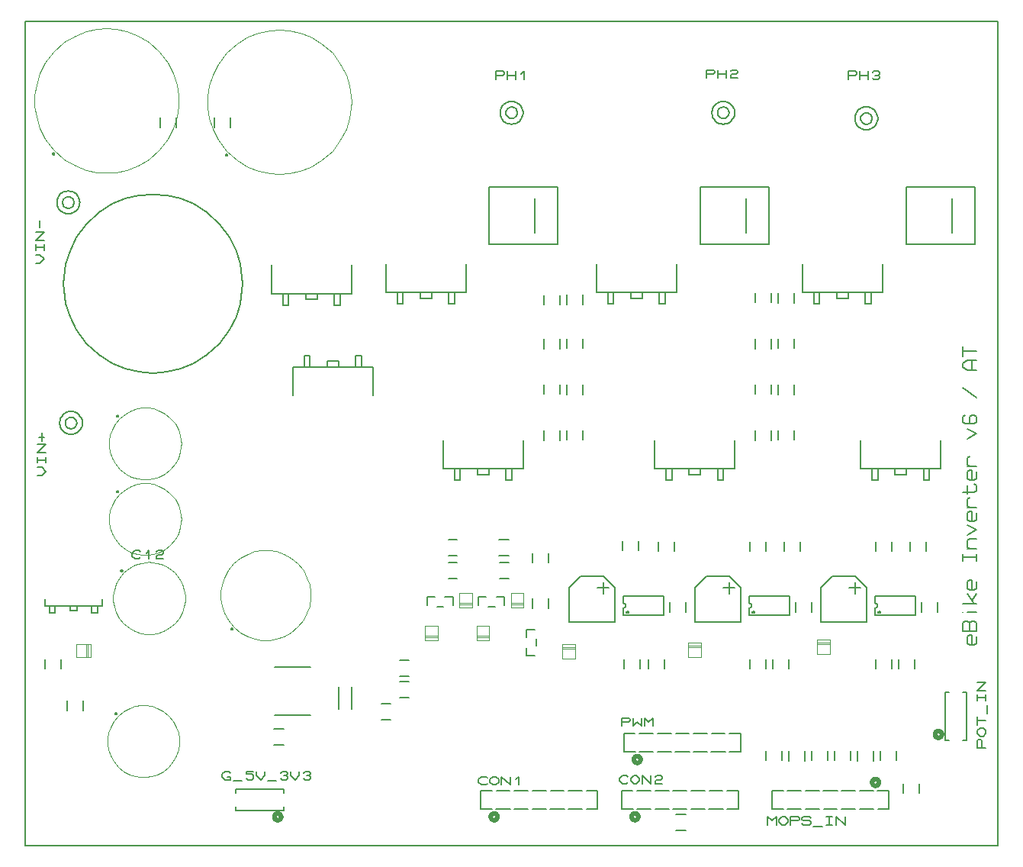
<source format=gbr>
G04 PROTEUS GERBER X2 FILE*
%TF.GenerationSoftware,Labcenter,Proteus,8.7-SP3-Build25561*%
%TF.CreationDate,2021-07-06T20:34:18+00:00*%
%TF.FileFunction,Legend,Top*%
%TF.FilePolarity,Positive*%
%TF.Part,Single*%
%TF.SameCoordinates,{87e03e06-012a-4b1c-b44b-99ac6d4646d0}*%
%FSLAX45Y45*%
%MOMM*%
G01*
%TA.AperFunction,Profile*%
%ADD38C,0.203200*%
%TA.AperFunction,Material*%
%ADD44C,0.203200*%
%ADD45C,0.101600*%
%ADD46C,0.200000*%
%ADD47C,0.508000*%
%ADD48C,0.152400*%
%ADD49C,0.120000*%
%TD.AperFunction*%
D38*
X-1079500Y-6413500D02*
X+9715500Y-6413500D01*
X+9715500Y+2730500D01*
X-1079500Y+2730500D01*
X-1079500Y-6413500D01*
D44*
X+6413500Y+254000D02*
X+7175500Y+254000D01*
X+7175500Y+889000D01*
X+6413500Y+889000D01*
X+6413500Y+254000D01*
X+6921500Y+762000D02*
X+6921500Y+381000D01*
X+8699500Y+254000D02*
X+9461500Y+254000D01*
X+9461500Y+889000D01*
X+8699500Y+889000D01*
X+8699500Y+254000D01*
X+9207500Y+762000D02*
X+9207500Y+381000D01*
X+4064000Y+254000D02*
X+4826000Y+254000D01*
X+4826000Y+889000D01*
X+4064000Y+889000D01*
X+4064000Y+254000D01*
X+4572000Y+762000D02*
X+4572000Y+381000D01*
X+4445000Y+1714500D02*
X+4444573Y+1724909D01*
X+4441101Y+1745728D01*
X+4433845Y+1766547D01*
X+4422017Y+1787366D01*
X+4403920Y+1808024D01*
X+4383101Y+1823545D01*
X+4362282Y+1833530D01*
X+4341463Y+1839314D01*
X+4320644Y+1841472D01*
X+4318000Y+1841500D01*
X+4191000Y+1714500D02*
X+4191427Y+1724909D01*
X+4194899Y+1745728D01*
X+4202155Y+1766547D01*
X+4213983Y+1787366D01*
X+4232080Y+1808024D01*
X+4252899Y+1823545D01*
X+4273718Y+1833530D01*
X+4294537Y+1839314D01*
X+4315356Y+1841472D01*
X+4318000Y+1841500D01*
X+4191000Y+1714500D02*
X+4191427Y+1704091D01*
X+4194899Y+1683272D01*
X+4202155Y+1662453D01*
X+4213983Y+1641634D01*
X+4232080Y+1620976D01*
X+4252899Y+1605455D01*
X+4273718Y+1595470D01*
X+4294537Y+1589686D01*
X+4315356Y+1587528D01*
X+4318000Y+1587500D01*
X+4445000Y+1714500D02*
X+4444573Y+1704091D01*
X+4441101Y+1683272D01*
X+4433845Y+1662453D01*
X+4422017Y+1641634D01*
X+4403920Y+1620976D01*
X+4383101Y+1605455D01*
X+4362282Y+1595470D01*
X+4341463Y+1589686D01*
X+4320644Y+1587528D01*
X+4318000Y+1587500D01*
X+4381500Y+1714500D02*
X+4381283Y+1719747D01*
X+4379518Y+1730242D01*
X+4375826Y+1740737D01*
X+4369798Y+1751232D01*
X+4360576Y+1761612D01*
X+4350081Y+1769300D01*
X+4339586Y+1774218D01*
X+4329091Y+1777024D01*
X+4318596Y+1777997D01*
X+4318000Y+1778000D01*
X+4254500Y+1714500D02*
X+4254717Y+1719747D01*
X+4256482Y+1730242D01*
X+4260174Y+1740737D01*
X+4266202Y+1751232D01*
X+4275424Y+1761612D01*
X+4285919Y+1769300D01*
X+4296414Y+1774218D01*
X+4306909Y+1777024D01*
X+4317404Y+1777997D01*
X+4318000Y+1778000D01*
X+4254500Y+1714500D02*
X+4254717Y+1709253D01*
X+4256482Y+1698758D01*
X+4260174Y+1688263D01*
X+4266202Y+1677768D01*
X+4275424Y+1667388D01*
X+4285919Y+1659700D01*
X+4296414Y+1654782D01*
X+4306909Y+1651976D01*
X+4317404Y+1651003D01*
X+4318000Y+1651000D01*
X+4381500Y+1714500D02*
X+4381283Y+1709253D01*
X+4379518Y+1698758D01*
X+4375826Y+1688263D01*
X+4369798Y+1677768D01*
X+4360576Y+1667388D01*
X+4350081Y+1659700D01*
X+4339586Y+1654782D01*
X+4329091Y+1651976D01*
X+4318596Y+1651003D01*
X+4318000Y+1651000D01*
X+4140200Y+2085340D02*
X+4140200Y+2176780D01*
X+4219575Y+2176780D01*
X+4235450Y+2161540D01*
X+4235450Y+2146300D01*
X+4219575Y+2131060D01*
X+4140200Y+2131060D01*
X+4267200Y+2085340D02*
X+4267200Y+2176780D01*
X+4362450Y+2176780D02*
X+4362450Y+2085340D01*
X+4267200Y+2131060D02*
X+4362450Y+2131060D01*
X+4425950Y+2146300D02*
X+4457700Y+2176780D01*
X+4457700Y+2085340D01*
X+6794500Y+1714500D02*
X+6794073Y+1724909D01*
X+6790601Y+1745728D01*
X+6783345Y+1766547D01*
X+6771517Y+1787366D01*
X+6753420Y+1808024D01*
X+6732601Y+1823545D01*
X+6711782Y+1833530D01*
X+6690963Y+1839314D01*
X+6670144Y+1841472D01*
X+6667500Y+1841500D01*
X+6540500Y+1714500D02*
X+6540927Y+1724909D01*
X+6544399Y+1745728D01*
X+6551655Y+1766547D01*
X+6563483Y+1787366D01*
X+6581580Y+1808024D01*
X+6602399Y+1823545D01*
X+6623218Y+1833530D01*
X+6644037Y+1839314D01*
X+6664856Y+1841472D01*
X+6667500Y+1841500D01*
X+6540500Y+1714500D02*
X+6540927Y+1704091D01*
X+6544399Y+1683272D01*
X+6551655Y+1662453D01*
X+6563483Y+1641634D01*
X+6581580Y+1620976D01*
X+6602399Y+1605455D01*
X+6623218Y+1595470D01*
X+6644037Y+1589686D01*
X+6664856Y+1587528D01*
X+6667500Y+1587500D01*
X+6794500Y+1714500D02*
X+6794073Y+1704091D01*
X+6790601Y+1683272D01*
X+6783345Y+1662453D01*
X+6771517Y+1641634D01*
X+6753420Y+1620976D01*
X+6732601Y+1605455D01*
X+6711782Y+1595470D01*
X+6690963Y+1589686D01*
X+6670144Y+1587528D01*
X+6667500Y+1587500D01*
X+6731000Y+1714500D02*
X+6730783Y+1719747D01*
X+6729018Y+1730242D01*
X+6725326Y+1740737D01*
X+6719298Y+1751232D01*
X+6710076Y+1761612D01*
X+6699581Y+1769300D01*
X+6689086Y+1774218D01*
X+6678591Y+1777024D01*
X+6668096Y+1777997D01*
X+6667500Y+1778000D01*
X+6604000Y+1714500D02*
X+6604217Y+1719747D01*
X+6605982Y+1730242D01*
X+6609674Y+1740737D01*
X+6615702Y+1751232D01*
X+6624924Y+1761612D01*
X+6635419Y+1769300D01*
X+6645914Y+1774218D01*
X+6656409Y+1777024D01*
X+6666904Y+1777997D01*
X+6667500Y+1778000D01*
X+6604000Y+1714500D02*
X+6604217Y+1709253D01*
X+6605982Y+1698758D01*
X+6609674Y+1688263D01*
X+6615702Y+1677768D01*
X+6624924Y+1667388D01*
X+6635419Y+1659700D01*
X+6645914Y+1654782D01*
X+6656409Y+1651976D01*
X+6666904Y+1651003D01*
X+6667500Y+1651000D01*
X+6731000Y+1714500D02*
X+6730783Y+1709253D01*
X+6729018Y+1698758D01*
X+6725326Y+1688263D01*
X+6719298Y+1677768D01*
X+6710076Y+1667388D01*
X+6699581Y+1659700D01*
X+6689086Y+1654782D01*
X+6678591Y+1651976D01*
X+6668096Y+1651003D01*
X+6667500Y+1651000D01*
X+6477000Y+2098040D02*
X+6477000Y+2189480D01*
X+6556375Y+2189480D01*
X+6572250Y+2174240D01*
X+6572250Y+2159000D01*
X+6556375Y+2143760D01*
X+6477000Y+2143760D01*
X+6604000Y+2098040D02*
X+6604000Y+2189480D01*
X+6699250Y+2189480D02*
X+6699250Y+2098040D01*
X+6604000Y+2143760D02*
X+6699250Y+2143760D01*
X+6746875Y+2174240D02*
X+6762750Y+2189480D01*
X+6810375Y+2189480D01*
X+6826250Y+2174240D01*
X+6826250Y+2159000D01*
X+6810375Y+2143760D01*
X+6762750Y+2143760D01*
X+6746875Y+2128520D01*
X+6746875Y+2098040D01*
X+6826250Y+2098040D01*
X+8382000Y+1651000D02*
X+8381573Y+1661409D01*
X+8378101Y+1682228D01*
X+8370845Y+1703047D01*
X+8359017Y+1723866D01*
X+8340920Y+1744524D01*
X+8320101Y+1760045D01*
X+8299282Y+1770030D01*
X+8278463Y+1775814D01*
X+8257644Y+1777972D01*
X+8255000Y+1778000D01*
X+8128000Y+1651000D02*
X+8128427Y+1661409D01*
X+8131899Y+1682228D01*
X+8139155Y+1703047D01*
X+8150983Y+1723866D01*
X+8169080Y+1744524D01*
X+8189899Y+1760045D01*
X+8210718Y+1770030D01*
X+8231537Y+1775814D01*
X+8252356Y+1777972D01*
X+8255000Y+1778000D01*
X+8128000Y+1651000D02*
X+8128427Y+1640591D01*
X+8131899Y+1619772D01*
X+8139155Y+1598953D01*
X+8150983Y+1578134D01*
X+8169080Y+1557476D01*
X+8189899Y+1541955D01*
X+8210718Y+1531970D01*
X+8231537Y+1526186D01*
X+8252356Y+1524028D01*
X+8255000Y+1524000D01*
X+8382000Y+1651000D02*
X+8381573Y+1640591D01*
X+8378101Y+1619772D01*
X+8370845Y+1598953D01*
X+8359017Y+1578134D01*
X+8340920Y+1557476D01*
X+8320101Y+1541955D01*
X+8299282Y+1531970D01*
X+8278463Y+1526186D01*
X+8257644Y+1524028D01*
X+8255000Y+1524000D01*
X+8318500Y+1651000D02*
X+8318283Y+1656247D01*
X+8316518Y+1666742D01*
X+8312826Y+1677237D01*
X+8306798Y+1687732D01*
X+8297576Y+1698112D01*
X+8287081Y+1705800D01*
X+8276586Y+1710718D01*
X+8266091Y+1713524D01*
X+8255596Y+1714497D01*
X+8255000Y+1714500D01*
X+8191500Y+1651000D02*
X+8191717Y+1656247D01*
X+8193482Y+1666742D01*
X+8197174Y+1677237D01*
X+8203202Y+1687732D01*
X+8212424Y+1698112D01*
X+8222919Y+1705800D01*
X+8233414Y+1710718D01*
X+8243909Y+1713524D01*
X+8254404Y+1714497D01*
X+8255000Y+1714500D01*
X+8191500Y+1651000D02*
X+8191717Y+1645753D01*
X+8193482Y+1635258D01*
X+8197174Y+1624763D01*
X+8203202Y+1614268D01*
X+8212424Y+1603888D01*
X+8222919Y+1596200D01*
X+8233414Y+1591282D01*
X+8243909Y+1588476D01*
X+8254404Y+1587503D01*
X+8255000Y+1587500D01*
X+8318500Y+1651000D02*
X+8318283Y+1645753D01*
X+8316518Y+1635258D01*
X+8312826Y+1624763D01*
X+8306798Y+1614268D01*
X+8297576Y+1603888D01*
X+8287081Y+1596200D01*
X+8276586Y+1591282D01*
X+8266091Y+1588476D01*
X+8255596Y+1587503D01*
X+8255000Y+1587500D01*
X+8051800Y+2085340D02*
X+8051800Y+2176780D01*
X+8131175Y+2176780D01*
X+8147050Y+2161540D01*
X+8147050Y+2146300D01*
X+8131175Y+2131060D01*
X+8051800Y+2131060D01*
X+8178800Y+2085340D02*
X+8178800Y+2176780D01*
X+8274050Y+2176780D02*
X+8274050Y+2085340D01*
X+8178800Y+2131060D02*
X+8274050Y+2131060D01*
X+8321675Y+2161540D02*
X+8337550Y+2176780D01*
X+8385175Y+2176780D01*
X+8401050Y+2161540D01*
X+8401050Y+2146300D01*
X+8385175Y+2131060D01*
X+8401050Y+2115820D01*
X+8401050Y+2100580D01*
X+8385175Y+2085340D01*
X+8337550Y+2085340D01*
X+8321675Y+2100580D01*
X+8353425Y+2131060D02*
X+8385175Y+2131060D01*
X-863600Y-3683000D02*
X-863600Y-3759200D01*
X-228600Y-3759200D01*
X-228600Y-3683000D01*
X-584200Y-3759200D02*
X-584200Y-3810000D01*
X-508000Y-3810000D01*
X-508000Y-3759200D01*
X-812800Y-3759200D02*
X-812800Y-3835400D01*
X-749300Y-3835400D01*
X-749300Y-3759200D01*
X-279400Y-3759200D02*
X-279400Y-3835400D01*
X-342900Y-3835400D01*
X-342900Y-3759200D02*
X-342900Y-3835400D01*
D45*
X-384910Y-4324500D02*
X-384910Y-4184500D01*
X-404910Y-4324500D02*
X-404910Y-4184500D01*
X-514910Y-4324500D02*
X-354910Y-4324500D01*
X-354910Y-4184500D01*
X-514910Y-4184500D01*
X-514910Y-4324500D01*
D46*
X-684700Y-4449500D02*
X-684700Y-4349500D01*
X-864700Y-4449500D02*
X-864700Y-4349500D01*
X+2087500Y-4434000D02*
X+1687500Y-4434000D01*
X+2087500Y-4964000D02*
X+1687500Y-4964000D01*
D44*
X+2399837Y-4896337D02*
X+2399837Y-4656337D01*
X+2539837Y-4896337D02*
X+2539837Y-4656337D01*
D46*
X-617800Y-4806700D02*
X-617800Y-4916700D01*
X-437800Y-4806700D02*
X-437800Y-4916700D01*
X+3179500Y-4355000D02*
X+3079500Y-4355000D01*
X+3179500Y-4535000D02*
X+3079500Y-4535000D01*
X+418000Y+1665500D02*
X+418000Y+1555500D01*
X+598000Y+1665500D02*
X+598000Y+1555500D01*
X+1014900Y+1665500D02*
X+1014900Y+1555500D01*
X+1194900Y+1665500D02*
X+1194900Y+1555500D01*
D44*
X-475309Y+718491D02*
X-475736Y+728900D01*
X-479208Y+749719D01*
X-486464Y+770538D01*
X-498292Y+791357D01*
X-516389Y+812015D01*
X-537208Y+827536D01*
X-558027Y+837521D01*
X-578846Y+843305D01*
X-599665Y+845463D01*
X-602309Y+845491D01*
X-729309Y+718491D02*
X-728882Y+728900D01*
X-725410Y+749719D01*
X-718154Y+770538D01*
X-706326Y+791357D01*
X-688229Y+812015D01*
X-667410Y+827536D01*
X-646591Y+837521D01*
X-625772Y+843305D01*
X-604953Y+845463D01*
X-602309Y+845491D01*
X-729309Y+718491D02*
X-728882Y+708082D01*
X-725410Y+687263D01*
X-718154Y+666444D01*
X-706326Y+645625D01*
X-688229Y+624967D01*
X-667410Y+609446D01*
X-646591Y+599461D01*
X-625772Y+593677D01*
X-604953Y+591519D01*
X-602309Y+591491D01*
X-475309Y+718491D02*
X-475736Y+708082D01*
X-479208Y+687263D01*
X-486464Y+666444D01*
X-498292Y+645625D01*
X-516389Y+624967D01*
X-537208Y+609446D01*
X-558027Y+599461D01*
X-578846Y+593677D01*
X-599665Y+591519D01*
X-602309Y+591491D01*
X-538809Y+718491D02*
X-539026Y+723738D01*
X-540791Y+734233D01*
X-544483Y+744728D01*
X-550511Y+755223D01*
X-559733Y+765603D01*
X-570228Y+773291D01*
X-580723Y+778209D01*
X-591218Y+781015D01*
X-601713Y+781988D01*
X-602309Y+781991D01*
X-665809Y+718491D02*
X-665592Y+723738D01*
X-663827Y+734233D01*
X-660135Y+744728D01*
X-654107Y+755223D01*
X-644885Y+765603D01*
X-634390Y+773291D01*
X-623895Y+778209D01*
X-613400Y+781015D01*
X-602905Y+781988D01*
X-602309Y+781991D01*
X-665809Y+718491D02*
X-665592Y+713244D01*
X-663827Y+702749D01*
X-660135Y+692254D01*
X-654107Y+681759D01*
X-644885Y+671379D01*
X-634390Y+663691D01*
X-623895Y+658773D01*
X-613400Y+655967D01*
X-602905Y+654994D01*
X-602309Y+654991D01*
X-538809Y+718491D02*
X-539026Y+713244D01*
X-540791Y+702749D01*
X-544483Y+692254D01*
X-550511Y+681759D01*
X-559733Y+671379D01*
X-570228Y+663691D01*
X-580723Y+658773D01*
X-591218Y+655967D01*
X-601713Y+654994D01*
X-602309Y+654991D01*
X-962989Y+45391D02*
X-917269Y+45391D01*
X-871549Y+93016D01*
X-917269Y+140641D01*
X-962989Y+140641D01*
X-962989Y+188266D02*
X-962989Y+251766D01*
X-962989Y+220016D02*
X-871549Y+220016D01*
X-871549Y+188266D02*
X-871549Y+251766D01*
X-871549Y+299391D02*
X-962989Y+299391D01*
X-871549Y+394641D01*
X-962989Y+394641D01*
X-917269Y+442266D02*
X-917269Y+521641D01*
X-444500Y-1727200D02*
X-444927Y-1716791D01*
X-448399Y-1695972D01*
X-455655Y-1675153D01*
X-467483Y-1654334D01*
X-485580Y-1633676D01*
X-506399Y-1618155D01*
X-527218Y-1608170D01*
X-548037Y-1602386D01*
X-568856Y-1600228D01*
X-571500Y-1600200D01*
X-698500Y-1727200D02*
X-698073Y-1716791D01*
X-694601Y-1695972D01*
X-687345Y-1675153D01*
X-675517Y-1654334D01*
X-657420Y-1633676D01*
X-636601Y-1618155D01*
X-615782Y-1608170D01*
X-594963Y-1602386D01*
X-574144Y-1600228D01*
X-571500Y-1600200D01*
X-698500Y-1727200D02*
X-698073Y-1737609D01*
X-694601Y-1758428D01*
X-687345Y-1779247D01*
X-675517Y-1800066D01*
X-657420Y-1820724D01*
X-636601Y-1836245D01*
X-615782Y-1846230D01*
X-594963Y-1852014D01*
X-574144Y-1854172D01*
X-571500Y-1854200D01*
X-444500Y-1727200D02*
X-444927Y-1737609D01*
X-448399Y-1758428D01*
X-455655Y-1779247D01*
X-467483Y-1800066D01*
X-485580Y-1820724D01*
X-506399Y-1836245D01*
X-527218Y-1846230D01*
X-548037Y-1852014D01*
X-568856Y-1854172D01*
X-571500Y-1854200D01*
X-508000Y-1727200D02*
X-508217Y-1721953D01*
X-509982Y-1711458D01*
X-513674Y-1700963D01*
X-519702Y-1690468D01*
X-528924Y-1680088D01*
X-539419Y-1672400D01*
X-549914Y-1667482D01*
X-560409Y-1664676D01*
X-570904Y-1663703D01*
X-571500Y-1663700D01*
X-635000Y-1727200D02*
X-634783Y-1721953D01*
X-633018Y-1711458D01*
X-629326Y-1700963D01*
X-623298Y-1690468D01*
X-614076Y-1680088D01*
X-603581Y-1672400D01*
X-593086Y-1667482D01*
X-582591Y-1664676D01*
X-572096Y-1663703D01*
X-571500Y-1663700D01*
X-635000Y-1727200D02*
X-634783Y-1732447D01*
X-633018Y-1742942D01*
X-629326Y-1753437D01*
X-623298Y-1763932D01*
X-614076Y-1774312D01*
X-603581Y-1782000D01*
X-593086Y-1786918D01*
X-582591Y-1789724D01*
X-572096Y-1790697D01*
X-571500Y-1790700D01*
X-508000Y-1727200D02*
X-508217Y-1732447D01*
X-509982Y-1742942D01*
X-513674Y-1753437D01*
X-519702Y-1763932D01*
X-528924Y-1774312D01*
X-539419Y-1782000D01*
X-549914Y-1786918D01*
X-560409Y-1789724D01*
X-570904Y-1790697D01*
X-571500Y-1790700D01*
X-942340Y-2311400D02*
X-896620Y-2311400D01*
X-850900Y-2263775D01*
X-896620Y-2216150D01*
X-942340Y-2216150D01*
X-942340Y-2168525D02*
X-942340Y-2105025D01*
X-942340Y-2136775D02*
X-850900Y-2136775D01*
X-850900Y-2168525D02*
X-850900Y-2105025D01*
X-850900Y-2057400D02*
X-942340Y-2057400D01*
X-850900Y-1962150D01*
X-942340Y-1962150D01*
X-896620Y-1930400D02*
X-896620Y-1835150D01*
X-927100Y-1882775D02*
X-866140Y-1882775D01*
D46*
X+1792500Y-5117000D02*
X+1682500Y-5117000D01*
X+1792500Y-5297000D02*
X+1682500Y-5297000D01*
X+5942500Y-3043500D02*
X+5942500Y-3143500D01*
X+6122500Y-3043500D02*
X+6122500Y-3143500D01*
X+5548800Y-3041400D02*
X+5548800Y-3141400D01*
X+5728800Y-3041400D02*
X+5728800Y-3141400D01*
D44*
X+5554980Y-3860800D02*
X+5554980Y-3779838D01*
X+5565601Y-3777756D01*
X+5574167Y-3772036D01*
X+5579886Y-3763471D01*
X+5581968Y-3752850D01*
X+5554980Y-3725862D02*
X+5565601Y-3727944D01*
X+5574167Y-3733664D01*
X+5579886Y-3742229D01*
X+5581968Y-3752850D01*
X+5554980Y-3725862D02*
X+5554980Y-3644900D01*
X+6002020Y-3784600D02*
X+6002020Y-3721100D01*
X+5588000Y-3860800D02*
X+5969000Y-3860800D01*
X+5588000Y-3644900D02*
X+5969000Y-3644900D01*
X+5588000Y-3860800D02*
X+5554980Y-3860800D01*
X+5554980Y-3644900D02*
X+5588000Y-3644900D01*
X+6002020Y-3721100D02*
X+6002020Y-3644900D01*
X+5969000Y-3644900D01*
X+5969000Y-3860800D02*
X+6002020Y-3860800D01*
X+6002020Y-3784600D01*
X+5614416Y-3825240D02*
X+5614381Y-3824395D01*
X+5614094Y-3822704D01*
X+5613495Y-3821013D01*
X+5612515Y-3819322D01*
X+5611015Y-3817654D01*
X+5609324Y-3816434D01*
X+5607633Y-3815658D01*
X+5605942Y-3815221D01*
X+5604256Y-3815080D01*
X+5594096Y-3825240D02*
X+5594131Y-3824395D01*
X+5594418Y-3822704D01*
X+5595017Y-3821013D01*
X+5595997Y-3819322D01*
X+5597497Y-3817654D01*
X+5599188Y-3816434D01*
X+5600879Y-3815658D01*
X+5602570Y-3815221D01*
X+5604256Y-3815080D01*
X+5594096Y-3825240D02*
X+5594131Y-3826085D01*
X+5594418Y-3827776D01*
X+5595017Y-3829467D01*
X+5595997Y-3831158D01*
X+5597497Y-3832826D01*
X+5599188Y-3834046D01*
X+5600879Y-3834822D01*
X+5602570Y-3835259D01*
X+5604256Y-3835400D01*
X+5614416Y-3825240D02*
X+5614381Y-3826085D01*
X+5614094Y-3827776D01*
X+5613495Y-3829467D01*
X+5612515Y-3831158D01*
X+5611015Y-3832826D01*
X+5609324Y-3834046D01*
X+5607633Y-3834822D01*
X+5605942Y-3835259D01*
X+5604256Y-3835400D01*
X+6951980Y-3860800D02*
X+6951980Y-3779838D01*
X+6962601Y-3777756D01*
X+6971167Y-3772036D01*
X+6976886Y-3763471D01*
X+6978968Y-3752850D01*
X+6951980Y-3725862D02*
X+6962601Y-3727944D01*
X+6971167Y-3733664D01*
X+6976886Y-3742229D01*
X+6978968Y-3752850D01*
X+6951980Y-3725862D02*
X+6951980Y-3644900D01*
X+7399020Y-3784600D02*
X+7399020Y-3721100D01*
X+6985000Y-3860800D02*
X+7366000Y-3860800D01*
X+6985000Y-3644900D02*
X+7366000Y-3644900D01*
X+6985000Y-3860800D02*
X+6951980Y-3860800D01*
X+6951980Y-3644900D02*
X+6985000Y-3644900D01*
X+7399020Y-3721100D02*
X+7399020Y-3644900D01*
X+7366000Y-3644900D01*
X+7366000Y-3860800D02*
X+7399020Y-3860800D01*
X+7399020Y-3784600D01*
X+7011416Y-3825240D02*
X+7011381Y-3824395D01*
X+7011094Y-3822704D01*
X+7010495Y-3821013D01*
X+7009515Y-3819322D01*
X+7008015Y-3817654D01*
X+7006324Y-3816434D01*
X+7004633Y-3815658D01*
X+7002942Y-3815221D01*
X+7001256Y-3815080D01*
X+6991096Y-3825240D02*
X+6991131Y-3824395D01*
X+6991418Y-3822704D01*
X+6992017Y-3821013D01*
X+6992997Y-3819322D01*
X+6994497Y-3817654D01*
X+6996188Y-3816434D01*
X+6997879Y-3815658D01*
X+6999570Y-3815221D01*
X+7001256Y-3815080D01*
X+6991096Y-3825240D02*
X+6991131Y-3826085D01*
X+6991418Y-3827776D01*
X+6992017Y-3829467D01*
X+6992997Y-3831158D01*
X+6994497Y-3832826D01*
X+6996188Y-3834046D01*
X+6997879Y-3834822D01*
X+6999570Y-3835259D01*
X+7001256Y-3835400D01*
X+7011416Y-3825240D02*
X+7011381Y-3826085D01*
X+7011094Y-3827776D01*
X+7010495Y-3829467D01*
X+7009515Y-3831158D01*
X+7008015Y-3832826D01*
X+7006324Y-3834046D01*
X+7004633Y-3834822D01*
X+7002942Y-3835259D01*
X+7001256Y-3835400D01*
X+8348980Y-3860800D02*
X+8348980Y-3779838D01*
X+8359601Y-3777756D01*
X+8368167Y-3772036D01*
X+8373886Y-3763471D01*
X+8375968Y-3752850D01*
X+8348980Y-3725862D02*
X+8359601Y-3727944D01*
X+8368167Y-3733664D01*
X+8373886Y-3742229D01*
X+8375968Y-3752850D01*
X+8348980Y-3725862D02*
X+8348980Y-3644900D01*
X+8796020Y-3784600D02*
X+8796020Y-3721100D01*
X+8382000Y-3860800D02*
X+8763000Y-3860800D01*
X+8382000Y-3644900D02*
X+8763000Y-3644900D01*
X+8382000Y-3860800D02*
X+8348980Y-3860800D01*
X+8348980Y-3644900D02*
X+8382000Y-3644900D01*
X+8796020Y-3721100D02*
X+8796020Y-3644900D01*
X+8763000Y-3644900D01*
X+8763000Y-3860800D02*
X+8796020Y-3860800D01*
X+8796020Y-3784600D01*
X+8408416Y-3825240D02*
X+8408381Y-3824395D01*
X+8408094Y-3822704D01*
X+8407495Y-3821013D01*
X+8406515Y-3819322D01*
X+8405015Y-3817654D01*
X+8403324Y-3816434D01*
X+8401633Y-3815658D01*
X+8399942Y-3815221D01*
X+8398256Y-3815080D01*
X+8388096Y-3825240D02*
X+8388131Y-3824395D01*
X+8388418Y-3822704D01*
X+8389017Y-3821013D01*
X+8389997Y-3819322D01*
X+8391497Y-3817654D01*
X+8393188Y-3816434D01*
X+8394879Y-3815658D01*
X+8396570Y-3815221D01*
X+8398256Y-3815080D01*
X+8388096Y-3825240D02*
X+8388131Y-3826085D01*
X+8388418Y-3827776D01*
X+8389017Y-3829467D01*
X+8389997Y-3831158D01*
X+8391497Y-3832826D01*
X+8393188Y-3834046D01*
X+8394879Y-3834822D01*
X+8396570Y-3835259D01*
X+8398256Y-3835400D01*
X+8408416Y-3825240D02*
X+8408381Y-3826085D01*
X+8408094Y-3827776D01*
X+8407495Y-3829467D01*
X+8406515Y-3831158D01*
X+8405015Y-3832826D01*
X+8403324Y-3834046D01*
X+8401633Y-3834822D01*
X+8399942Y-3835259D01*
X+8398256Y-3835400D01*
D46*
X+6958500Y-3043500D02*
X+6958500Y-3143500D01*
X+7138500Y-3043500D02*
X+7138500Y-3143500D01*
D44*
X+5461000Y-3556000D02*
X+5334000Y-3429000D01*
X+5080000Y-3429000D01*
X+4953000Y-3556000D01*
X+4953000Y-3937000D01*
X+5461000Y-3937000D01*
X+5461000Y-3556000D01*
X+5334000Y-3492500D02*
X+5334000Y-3619500D01*
X+5397500Y-3556000D02*
X+5270500Y-3556000D01*
X+6858000Y-3556000D02*
X+6731000Y-3429000D01*
X+6477000Y-3429000D01*
X+6350000Y-3556000D01*
X+6350000Y-3937000D01*
X+6858000Y-3937000D01*
X+6858000Y-3556000D01*
X+6731000Y-3492500D02*
X+6731000Y-3619500D01*
X+6794500Y-3556000D02*
X+6667500Y-3556000D01*
X+8255000Y-3556000D02*
X+8128000Y-3429000D01*
X+7874000Y-3429000D01*
X+7747000Y-3556000D01*
X+7747000Y-3937000D01*
X+8255000Y-3937000D01*
X+8255000Y-3556000D01*
X+8128000Y-3492500D02*
X+8128000Y-3619500D01*
X+8191500Y-3556000D02*
X+8064500Y-3556000D01*
D45*
X+5023000Y-4213960D02*
X+4883000Y-4213960D01*
X+5023000Y-4233960D02*
X+4883000Y-4233960D01*
X+4883000Y-4343960D02*
X+5023000Y-4343960D01*
X+5023000Y-4183960D01*
X+4883000Y-4183960D01*
X+4883000Y-4343960D01*
X+6420000Y-4194910D02*
X+6280000Y-4194910D01*
X+6420000Y-4214910D02*
X+6280000Y-4214910D01*
X+6280000Y-4324910D02*
X+6420000Y-4324910D01*
X+6420000Y-4164910D01*
X+6280000Y-4164910D01*
X+6280000Y-4324910D01*
X+7848750Y-4163160D02*
X+7708750Y-4163160D01*
X+7848750Y-4183160D02*
X+7708750Y-4183160D01*
X+7708750Y-4293160D02*
X+7848750Y-4293160D01*
X+7848750Y-4133160D01*
X+7708750Y-4133160D01*
X+7708750Y-4293160D01*
D46*
X+6069500Y-3714500D02*
X+6069500Y-3824500D01*
X+6249500Y-3714500D02*
X+6249500Y-3824500D01*
X+7466500Y-3714500D02*
X+7466500Y-3824500D01*
X+7646500Y-3714500D02*
X+7646500Y-3824500D01*
X+8863500Y-3714500D02*
X+8863500Y-3824500D01*
X+9043500Y-3714500D02*
X+9043500Y-3824500D01*
X+7339500Y-3043500D02*
X+7339500Y-3143500D01*
X+7519500Y-3043500D02*
X+7519500Y-3143500D01*
X+8355500Y-3043500D02*
X+8355500Y-3143500D01*
X+8535500Y-3043500D02*
X+8535500Y-3143500D01*
X+8736500Y-3043500D02*
X+8736500Y-3143500D01*
X+8916500Y-3043500D02*
X+8916500Y-3143500D01*
X+5741500Y-4449500D02*
X+5741500Y-4349500D01*
X+5561500Y-4449500D02*
X+5561500Y-4349500D01*
X+6013000Y-4449500D02*
X+6013000Y-4349500D01*
X+5833000Y-4449500D02*
X+5833000Y-4349500D01*
X+7138500Y-4449500D02*
X+7138500Y-4349500D01*
X+6958500Y-4449500D02*
X+6958500Y-4349500D01*
X+4926500Y-793500D02*
X+4926500Y-893500D01*
X+5106500Y-793500D02*
X+5106500Y-893500D01*
X+4672500Y-313000D02*
X+4672500Y-413000D01*
X+4852500Y-313000D02*
X+4852500Y-413000D01*
X+4926500Y-1809500D02*
X+4926500Y-1909500D01*
X+5106500Y-1809500D02*
X+5106500Y-1909500D01*
X+4672500Y-1301500D02*
X+4672500Y-1401500D01*
X+4852500Y-1301500D02*
X+4852500Y-1401500D01*
X+4926500Y-303000D02*
X+4926500Y-413000D01*
X+5106500Y-303000D02*
X+5106500Y-413000D01*
X+4672500Y-793500D02*
X+4672500Y-903500D01*
X+4852500Y-793500D02*
X+4852500Y-903500D01*
X+4926500Y-1301500D02*
X+4926500Y-1411500D01*
X+5106500Y-1301500D02*
X+5106500Y-1411500D01*
X+4672500Y-1809500D02*
X+4672500Y-1919500D01*
X+4852500Y-1809500D02*
X+4852500Y-1919500D01*
X+7276000Y-285500D02*
X+7276000Y-395500D01*
X+7456000Y-285500D02*
X+7456000Y-395500D01*
X+7022000Y-793500D02*
X+7022000Y-903500D01*
X+7202000Y-793500D02*
X+7202000Y-903500D01*
X+7276000Y-1301500D02*
X+7276000Y-1411500D01*
X+7456000Y-1301500D02*
X+7456000Y-1411500D01*
X+7022000Y-1809500D02*
X+7022000Y-1919500D01*
X+7202000Y-1809500D02*
X+7202000Y-1919500D01*
X+7276000Y-793500D02*
X+7276000Y-893500D01*
X+7456000Y-793500D02*
X+7456000Y-893500D01*
X+7022000Y-285500D02*
X+7022000Y-385500D01*
X+7202000Y-285500D02*
X+7202000Y-385500D01*
X+7276000Y-1809500D02*
X+7276000Y-1909500D01*
X+7456000Y-1809500D02*
X+7456000Y-1909500D01*
X+7022000Y-1301500D02*
X+7022000Y-1401500D01*
X+7202000Y-1301500D02*
X+7202000Y-1401500D01*
D44*
X+3667760Y-3655060D02*
X+3578860Y-3655060D01*
X+3561080Y-3766820D02*
X+3489960Y-3766820D01*
X+3667760Y-3655060D02*
X+3667760Y-3746500D01*
X+3378200Y-3749040D02*
X+3378200Y-3655060D01*
X+3464560Y-3655060D01*
X+4239260Y-3655060D02*
X+4150360Y-3655060D01*
X+4132580Y-3766820D02*
X+4061460Y-3766820D01*
X+4239260Y-3655060D02*
X+4239260Y-3746500D01*
X+3949700Y-3749040D02*
X+3949700Y-3655060D01*
X+4036060Y-3655060D01*
X+4480560Y-4015740D02*
X+4480560Y-4104640D01*
X+4592320Y-4122420D02*
X+4592320Y-4193540D01*
X+4480560Y-4015740D02*
X+4572000Y-4015740D01*
X+4574540Y-4305300D02*
X+4480560Y-4305300D01*
X+4480560Y-4218940D01*
D45*
X+3740000Y-3742590D02*
X+3880000Y-3742590D01*
X+3740000Y-3722590D02*
X+3880000Y-3722590D01*
X+3740000Y-3772590D02*
X+3880000Y-3772590D01*
X+3880000Y-3612590D01*
X+3740000Y-3612590D01*
X+3740000Y-3772590D01*
X+3359000Y-4104540D02*
X+3499000Y-4104540D01*
X+3359000Y-4084540D02*
X+3499000Y-4084540D01*
X+3359000Y-4134540D02*
X+3499000Y-4134540D01*
X+3499000Y-3974540D01*
X+3359000Y-3974540D01*
X+3359000Y-4134540D01*
X+4311500Y-3742590D02*
X+4451500Y-3742590D01*
X+4311500Y-3722590D02*
X+4451500Y-3722590D01*
X+4311500Y-3772590D02*
X+4451500Y-3772590D01*
X+4451500Y-3612590D01*
X+4311500Y-3612590D01*
X+4311500Y-3772590D01*
X+3930500Y-4104540D02*
X+4070500Y-4104540D01*
X+3930500Y-4084540D02*
X+4070500Y-4084540D01*
X+3930500Y-4134540D02*
X+4070500Y-4134540D01*
X+4070500Y-3974540D01*
X+3930500Y-3974540D01*
X+3930500Y-4134540D01*
D46*
X+3615000Y-3455500D02*
X+3715000Y-3455500D01*
X+3615000Y-3275500D02*
X+3715000Y-3275500D01*
X+3615000Y-3201500D02*
X+3715000Y-3201500D01*
X+3615000Y-3021500D02*
X+3715000Y-3021500D01*
X+4286500Y-3275500D02*
X+4186500Y-3275500D01*
X+4286500Y-3455500D02*
X+4186500Y-3455500D01*
X+4545500Y-3170500D02*
X+4545500Y-3270500D01*
X+4725500Y-3170500D02*
X+4725500Y-3270500D01*
X+4725500Y-3778500D02*
X+4725500Y-3668500D01*
X+4545500Y-3778500D02*
X+4545500Y-3668500D01*
X+4286500Y-3021500D02*
X+4176500Y-3021500D01*
X+4286500Y-3201500D02*
X+4176500Y-3201500D01*
X+8789500Y-4449500D02*
X+8789500Y-4349500D01*
X+8609500Y-4449500D02*
X+8609500Y-4349500D01*
X+6255000Y-6069500D02*
X+6145000Y-6069500D01*
X+6255000Y-6249500D02*
X+6145000Y-6249500D01*
X+8335500Y-5475500D02*
X+8335500Y-5365500D01*
X+8155500Y-5475500D02*
X+8155500Y-5365500D01*
X+7573500Y-5475499D02*
X+7573500Y-5365499D01*
X+7393500Y-5475499D02*
X+7393500Y-5365499D01*
D47*
X+9093200Y-5181500D02*
X+9093069Y-5178342D01*
X+9092003Y-5172024D01*
X+9089772Y-5165706D01*
X+9086127Y-5159388D01*
X+9080552Y-5153149D01*
X+9074234Y-5148553D01*
X+9067916Y-5145620D01*
X+9061598Y-5143958D01*
X+9055280Y-5143400D01*
X+9055100Y-5143400D01*
X+9017000Y-5181500D02*
X+9017131Y-5178342D01*
X+9018197Y-5172024D01*
X+9020428Y-5165706D01*
X+9024073Y-5159388D01*
X+9029648Y-5153149D01*
X+9035966Y-5148553D01*
X+9042284Y-5145620D01*
X+9048602Y-5143958D01*
X+9054920Y-5143400D01*
X+9055100Y-5143400D01*
X+9017000Y-5181500D02*
X+9017131Y-5184658D01*
X+9018197Y-5190976D01*
X+9020428Y-5197294D01*
X+9024073Y-5203612D01*
X+9029648Y-5209851D01*
X+9035966Y-5214447D01*
X+9042284Y-5217380D01*
X+9048602Y-5219042D01*
X+9054920Y-5219600D01*
X+9055100Y-5219600D01*
X+9093200Y-5181500D02*
X+9093069Y-5184658D01*
X+9092003Y-5190976D01*
X+9089772Y-5197294D01*
X+9086127Y-5203612D01*
X+9080552Y-5209851D01*
X+9074234Y-5214447D01*
X+9067916Y-5217380D01*
X+9061598Y-5219042D01*
X+9055280Y-5219600D01*
X+9055100Y-5219600D01*
D48*
X+9126220Y-4711650D02*
X+9126220Y-5251350D01*
X+9169735Y-5251350D01*
X+9364980Y-5251350D02*
X+9364980Y-4711650D01*
X+9321465Y-4711650D01*
X+9169735Y-4711650D02*
X+9126220Y-4711650D01*
X+9321465Y-5251350D02*
X+9364980Y-5251350D01*
D44*
X+9580070Y-5330417D02*
X+9488630Y-5330417D01*
X+9488630Y-5251042D01*
X+9503870Y-5235167D01*
X+9519110Y-5235167D01*
X+9534350Y-5251042D01*
X+9534350Y-5330417D01*
X+9519110Y-5203417D02*
X+9488630Y-5171667D01*
X+9488630Y-5139917D01*
X+9519110Y-5108167D01*
X+9549590Y-5108167D01*
X+9580070Y-5139917D01*
X+9580070Y-5171667D01*
X+9549590Y-5203417D01*
X+9519110Y-5203417D01*
X+9488630Y-5076417D02*
X+9488630Y-4981167D01*
X+9488630Y-5028792D02*
X+9580070Y-5028792D01*
X+9595310Y-4949417D02*
X+9595310Y-4854167D01*
X+9488630Y-4806542D02*
X+9488630Y-4743042D01*
X+9488630Y-4774792D02*
X+9580070Y-4774792D01*
X+9580070Y-4806542D02*
X+9580070Y-4743042D01*
X+9580070Y-4695417D02*
X+9488630Y-4695417D01*
X+9580070Y-4600167D01*
X+9488630Y-4600167D01*
D46*
X+7392500Y-4449500D02*
X+7392500Y-4349500D01*
X+7212500Y-4449500D02*
X+7212500Y-4349500D01*
X+8535500Y-4449500D02*
X+8535500Y-4349500D01*
X+8355500Y-4449500D02*
X+8355500Y-4349500D01*
X+8663500Y-5730301D02*
X+8663500Y-5830301D01*
X+8843500Y-5730301D02*
X+8843500Y-5830301D01*
X+7901500Y-5365500D02*
X+7901500Y-5465500D01*
X+8081500Y-5365500D02*
X+8081500Y-5465500D01*
X+7647500Y-5365500D02*
X+7647500Y-5465500D01*
X+7827500Y-5365500D02*
X+7827500Y-5465500D01*
X+8409500Y-5365500D02*
X+8409500Y-5465500D01*
X+8589500Y-5365500D02*
X+8589500Y-5465500D01*
X+7139500Y-5365500D02*
X+7139500Y-5465500D01*
X+7319500Y-5365500D02*
X+7319500Y-5465500D01*
D47*
X+8394600Y-5715000D02*
X+8394469Y-5711842D01*
X+8393403Y-5705524D01*
X+8391172Y-5699206D01*
X+8387527Y-5692888D01*
X+8381952Y-5686649D01*
X+8375634Y-5682053D01*
X+8369316Y-5679120D01*
X+8362998Y-5677458D01*
X+8356680Y-5676900D01*
X+8356500Y-5676900D01*
X+8318400Y-5715000D02*
X+8318531Y-5711842D01*
X+8319597Y-5705524D01*
X+8321828Y-5699206D01*
X+8325473Y-5692888D01*
X+8331048Y-5686649D01*
X+8337366Y-5682053D01*
X+8343684Y-5679120D01*
X+8350002Y-5677458D01*
X+8356320Y-5676900D01*
X+8356500Y-5676900D01*
X+8318400Y-5715000D02*
X+8318531Y-5718158D01*
X+8319597Y-5724476D01*
X+8321828Y-5730794D01*
X+8325473Y-5737112D01*
X+8331048Y-5743351D01*
X+8337366Y-5747947D01*
X+8343684Y-5750880D01*
X+8350002Y-5752542D01*
X+8356320Y-5753100D01*
X+8356500Y-5753100D01*
X+8394600Y-5715000D02*
X+8394469Y-5718158D01*
X+8393403Y-5724476D01*
X+8391172Y-5730794D01*
X+8387527Y-5737112D01*
X+8381952Y-5743351D01*
X+8375634Y-5747947D01*
X+8369316Y-5750880D01*
X+8362998Y-5752542D01*
X+8356680Y-5753100D01*
X+8356500Y-5753100D01*
D48*
X+8505470Y-5804840D02*
X+8378907Y-5804840D01*
X+7207530Y-5804840D02*
X+7207530Y-6005500D01*
X+7331309Y-6005500D01*
X+8505470Y-6005500D02*
X+8505470Y-5804840D01*
X+7334093Y-5804840D02*
X+7207530Y-5804840D01*
X+7381691Y-6005500D02*
X+7531309Y-6005500D01*
X+7534093Y-5804840D02*
X+7378907Y-5804840D01*
X+7581691Y-6005500D02*
X+7731309Y-6005500D01*
X+7734093Y-5804840D02*
X+7578907Y-5804840D01*
X+7781691Y-6005500D02*
X+7931309Y-6005500D01*
X+7934093Y-5804840D02*
X+7778907Y-5804840D01*
X+7981691Y-6005500D02*
X+8131309Y-6005500D01*
X+8134093Y-5804840D02*
X+7978907Y-5804840D01*
X+8181691Y-6005500D02*
X+8331309Y-6005500D01*
X+8381691Y-6005500D02*
X+8505470Y-6005500D01*
X+8334093Y-5804840D02*
X+8178907Y-5804840D01*
D44*
X+7160134Y-6185840D02*
X+7160134Y-6094400D01*
X+7207759Y-6140120D01*
X+7255384Y-6094400D01*
X+7255384Y-6185840D01*
X+7287134Y-6124880D02*
X+7318884Y-6094400D01*
X+7350634Y-6094400D01*
X+7382384Y-6124880D01*
X+7382384Y-6155360D01*
X+7350634Y-6185840D01*
X+7318884Y-6185840D01*
X+7287134Y-6155360D01*
X+7287134Y-6124880D01*
X+7414134Y-6185840D02*
X+7414134Y-6094400D01*
X+7493509Y-6094400D01*
X+7509384Y-6109640D01*
X+7509384Y-6124880D01*
X+7493509Y-6140120D01*
X+7414134Y-6140120D01*
X+7541134Y-6170600D02*
X+7557009Y-6185840D01*
X+7620509Y-6185840D01*
X+7636384Y-6170600D01*
X+7636384Y-6155360D01*
X+7620509Y-6140120D01*
X+7557009Y-6140120D01*
X+7541134Y-6124880D01*
X+7541134Y-6109640D01*
X+7557009Y-6094400D01*
X+7620509Y-6094400D01*
X+7636384Y-6109640D01*
X+7668134Y-6201080D02*
X+7763384Y-6201080D01*
X+7811009Y-6094400D02*
X+7874509Y-6094400D01*
X+7842759Y-6094400D02*
X+7842759Y-6185840D01*
X+7811009Y-6185840D02*
X+7874509Y-6185840D01*
X+7922134Y-6185840D02*
X+7922134Y-6094400D01*
X+8017384Y-6185840D01*
X+8017384Y-6094400D01*
X+1330224Y-182377D02*
X+1327524Y-109240D01*
X+1305652Y+37035D01*
X+1260354Y+183310D01*
X+1187889Y+329585D01*
X+1080342Y+475860D01*
X+936571Y+608804D01*
X+790296Y+700566D01*
X+644021Y+761242D01*
X+497746Y+796629D01*
X+351471Y+809437D01*
X+338323Y+809524D01*
X-653578Y-182377D02*
X-650878Y-109240D01*
X-629006Y+37035D01*
X-583708Y+183310D01*
X-511243Y+329585D01*
X-403696Y+475860D01*
X-259925Y+608804D01*
X-113650Y+700566D01*
X+32625Y+761242D01*
X+178900Y+796629D01*
X+325175Y+809437D01*
X+338323Y+809524D01*
X-653578Y-182377D02*
X-650878Y-255514D01*
X-629006Y-401789D01*
X-583708Y-548064D01*
X-511243Y-694339D01*
X-403696Y-840614D01*
X-259925Y-973558D01*
X-113650Y-1065320D01*
X+32625Y-1125996D01*
X+178900Y-1161383D01*
X+325175Y-1174191D01*
X+338323Y-1174278D01*
X+1330224Y-182377D02*
X+1327524Y-255514D01*
X+1305652Y-401789D01*
X+1260354Y-548064D01*
X+1187889Y-694339D01*
X+1080342Y-840614D01*
X+936571Y-973558D01*
X+790296Y-1065320D01*
X+644021Y-1125996D01*
X+497746Y-1161383D01*
X+351471Y-1174191D01*
X+338323Y-1174278D01*
D49*
X+622200Y+1848200D02*
X+619922Y+1908532D01*
X+601456Y+2029197D01*
X+563145Y+2149862D01*
X+501641Y+2270527D01*
X+409703Y+2391192D01*
X+289914Y+2497233D01*
X+169249Y+2569003D01*
X+48584Y+2615501D01*
X-72081Y+2641184D01*
X-177800Y+2648200D01*
X-977800Y+1848200D02*
X-975522Y+1908532D01*
X-957056Y+2029197D01*
X-918745Y+2149862D01*
X-857241Y+2270527D01*
X-765303Y+2391192D01*
X-645514Y+2497233D01*
X-524849Y+2569003D01*
X-404184Y+2615501D01*
X-283519Y+2641184D01*
X-177800Y+2648200D01*
X-977800Y+1848200D02*
X-975522Y+1787868D01*
X-957056Y+1667203D01*
X-918745Y+1546538D01*
X-857241Y+1425873D01*
X-765303Y+1305208D01*
X-645514Y+1199167D01*
X-524849Y+1127397D01*
X-404184Y+1080899D01*
X-283519Y+1055216D01*
X-177800Y+1048200D01*
X+622200Y+1848200D02*
X+619922Y+1787868D01*
X+601456Y+1667203D01*
X+563145Y+1546538D01*
X+501641Y+1425873D01*
X+409703Y+1305208D01*
X+289914Y+1199167D01*
X+169249Y+1127397D01*
X+48584Y+1080899D01*
X-72081Y+1055216D01*
X-177800Y+1048200D01*
D46*
X-755800Y+1260200D02*
X-755835Y+1261031D01*
X-756116Y+1262695D01*
X-756706Y+1264359D01*
X-757670Y+1266023D01*
X-759145Y+1267664D01*
X-760809Y+1268865D01*
X-762473Y+1269630D01*
X-764137Y+1270061D01*
X-765800Y+1270200D01*
X-775800Y+1260200D02*
X-775765Y+1261031D01*
X-775484Y+1262695D01*
X-774894Y+1264359D01*
X-773930Y+1266023D01*
X-772455Y+1267664D01*
X-770791Y+1268865D01*
X-769127Y+1269630D01*
X-767463Y+1270061D01*
X-765800Y+1270200D01*
X-775800Y+1260200D02*
X-775765Y+1259369D01*
X-775484Y+1257705D01*
X-774894Y+1256041D01*
X-773930Y+1254377D01*
X-772455Y+1252736D01*
X-770791Y+1251535D01*
X-769127Y+1250770D01*
X-767463Y+1250339D01*
X-765800Y+1250200D01*
X-755800Y+1260200D02*
X-755835Y+1259369D01*
X-756116Y+1257705D01*
X-756706Y+1256041D01*
X-757670Y+1254377D01*
X-759145Y+1252736D01*
X-760809Y+1251535D01*
X-762473Y+1250770D01*
X-764137Y+1250339D01*
X-765800Y+1250200D01*
D49*
X+2539900Y+1835500D02*
X+2537622Y+1895832D01*
X+2519156Y+2016497D01*
X+2480845Y+2137162D01*
X+2419341Y+2257827D01*
X+2327403Y+2378492D01*
X+2207614Y+2484533D01*
X+2086949Y+2556303D01*
X+1966284Y+2602801D01*
X+1845619Y+2628484D01*
X+1739900Y+2635500D01*
X+939900Y+1835500D02*
X+942178Y+1895832D01*
X+960644Y+2016497D01*
X+998955Y+2137162D01*
X+1060459Y+2257827D01*
X+1152397Y+2378492D01*
X+1272186Y+2484533D01*
X+1392851Y+2556303D01*
X+1513516Y+2602801D01*
X+1634181Y+2628484D01*
X+1739900Y+2635500D01*
X+939900Y+1835500D02*
X+942178Y+1775168D01*
X+960644Y+1654503D01*
X+998955Y+1533838D01*
X+1060459Y+1413173D01*
X+1152397Y+1292508D01*
X+1272186Y+1186467D01*
X+1392851Y+1114697D01*
X+1513516Y+1068199D01*
X+1634181Y+1042516D01*
X+1739900Y+1035500D01*
X+2539900Y+1835500D02*
X+2537622Y+1775168D01*
X+2519156Y+1654503D01*
X+2480845Y+1533838D01*
X+2419341Y+1413173D01*
X+2327403Y+1292508D01*
X+2207614Y+1186467D01*
X+2086949Y+1114697D01*
X+1966284Y+1068199D01*
X+1845619Y+1042516D01*
X+1739900Y+1035500D01*
D46*
X+1161900Y+1247500D02*
X+1161865Y+1248331D01*
X+1161584Y+1249995D01*
X+1160994Y+1251659D01*
X+1160030Y+1253323D01*
X+1158555Y+1254964D01*
X+1156891Y+1256165D01*
X+1155227Y+1256930D01*
X+1153563Y+1257361D01*
X+1151900Y+1257500D01*
X+1141900Y+1247500D02*
X+1141935Y+1248331D01*
X+1142216Y+1249995D01*
X+1142806Y+1251659D01*
X+1143770Y+1253323D01*
X+1145245Y+1254964D01*
X+1146909Y+1256165D01*
X+1148573Y+1256930D01*
X+1150237Y+1257361D01*
X+1151900Y+1257500D01*
X+1141900Y+1247500D02*
X+1141935Y+1246669D01*
X+1142216Y+1245005D01*
X+1142806Y+1243341D01*
X+1143770Y+1241677D01*
X+1145245Y+1240036D01*
X+1146909Y+1238835D01*
X+1148573Y+1238070D01*
X+1150237Y+1237639D01*
X+1151900Y+1237500D01*
X+1161900Y+1247500D02*
X+1161865Y+1246669D01*
X+1161584Y+1245005D01*
X+1160994Y+1243341D01*
X+1160030Y+1241677D01*
X+1158555Y+1240036D01*
X+1156891Y+1238835D01*
X+1155227Y+1238070D01*
X+1153563Y+1237639D01*
X+1151900Y+1237500D01*
D47*
X+4162600Y-6096000D02*
X+4162469Y-6092842D01*
X+4161403Y-6086524D01*
X+4159172Y-6080206D01*
X+4155527Y-6073888D01*
X+4149952Y-6067649D01*
X+4143634Y-6063053D01*
X+4137316Y-6060120D01*
X+4130998Y-6058458D01*
X+4124680Y-6057900D01*
X+4124500Y-6057900D01*
X+4086400Y-6096000D02*
X+4086531Y-6092842D01*
X+4087597Y-6086524D01*
X+4089828Y-6080206D01*
X+4093473Y-6073888D01*
X+4099048Y-6067649D01*
X+4105366Y-6063053D01*
X+4111684Y-6060120D01*
X+4118002Y-6058458D01*
X+4124320Y-6057900D01*
X+4124500Y-6057900D01*
X+4086400Y-6096000D02*
X+4086531Y-6099158D01*
X+4087597Y-6105476D01*
X+4089828Y-6111794D01*
X+4093473Y-6118112D01*
X+4099048Y-6124351D01*
X+4105366Y-6128947D01*
X+4111684Y-6131880D01*
X+4118002Y-6133542D01*
X+4124320Y-6134100D01*
X+4124500Y-6134100D01*
X+4162600Y-6096000D02*
X+4162469Y-6099158D01*
X+4161403Y-6105476D01*
X+4159172Y-6111794D01*
X+4155527Y-6118112D01*
X+4149952Y-6124351D01*
X+4143634Y-6128947D01*
X+4137316Y-6131880D01*
X+4130998Y-6133542D01*
X+4124680Y-6134100D01*
X+4124500Y-6134100D01*
D48*
X+3975530Y-6006160D02*
X+4102093Y-6006160D01*
X+5273470Y-6006160D02*
X+5273470Y-5805500D01*
X+5149691Y-5805500D01*
X+3975530Y-5805500D02*
X+3975530Y-6006160D01*
X+5146907Y-6006160D02*
X+5273470Y-6006160D01*
X+5099309Y-5805500D02*
X+4949691Y-5805500D01*
X+4946907Y-6006160D02*
X+5102093Y-6006160D01*
X+4899309Y-5805500D02*
X+4749691Y-5805500D01*
X+4746907Y-6006160D02*
X+4902093Y-6006160D01*
X+4699309Y-5805500D02*
X+4549691Y-5805500D01*
X+4546907Y-6006160D02*
X+4702093Y-6006160D01*
X+4499309Y-5805500D02*
X+4349691Y-5805500D01*
X+4346907Y-6006160D02*
X+4502093Y-6006160D01*
X+4299309Y-5805500D02*
X+4149691Y-5805500D01*
X+4099309Y-5805500D02*
X+3975530Y-5805500D01*
X+4146907Y-6006160D02*
X+4302093Y-6006160D01*
D44*
X+4046650Y-5726760D02*
X+4030775Y-5742000D01*
X+3983150Y-5742000D01*
X+3951400Y-5711520D01*
X+3951400Y-5681040D01*
X+3983150Y-5650560D01*
X+4030775Y-5650560D01*
X+4046650Y-5665800D01*
X+4078400Y-5681040D02*
X+4110150Y-5650560D01*
X+4141900Y-5650560D01*
X+4173650Y-5681040D01*
X+4173650Y-5711520D01*
X+4141900Y-5742000D01*
X+4110150Y-5742000D01*
X+4078400Y-5711520D01*
X+4078400Y-5681040D01*
X+4205400Y-5742000D02*
X+4205400Y-5650560D01*
X+4300650Y-5742000D01*
X+4300650Y-5650560D01*
X+4364150Y-5681040D02*
X+4395900Y-5650560D01*
X+4395900Y-5742000D01*
D47*
X+5724600Y-6096000D02*
X+5724469Y-6092842D01*
X+5723403Y-6086524D01*
X+5721172Y-6080206D01*
X+5717527Y-6073888D01*
X+5711952Y-6067649D01*
X+5705634Y-6063053D01*
X+5699316Y-6060120D01*
X+5692998Y-6058458D01*
X+5686680Y-6057900D01*
X+5686500Y-6057900D01*
X+5648400Y-6096000D02*
X+5648531Y-6092842D01*
X+5649597Y-6086524D01*
X+5651828Y-6080206D01*
X+5655473Y-6073888D01*
X+5661048Y-6067649D01*
X+5667366Y-6063053D01*
X+5673684Y-6060120D01*
X+5680002Y-6058458D01*
X+5686320Y-6057900D01*
X+5686500Y-6057900D01*
X+5648400Y-6096000D02*
X+5648531Y-6099158D01*
X+5649597Y-6105476D01*
X+5651828Y-6111794D01*
X+5655473Y-6118112D01*
X+5661048Y-6124351D01*
X+5667366Y-6128947D01*
X+5673684Y-6131880D01*
X+5680002Y-6133542D01*
X+5686320Y-6134100D01*
X+5686500Y-6134100D01*
X+5724600Y-6096000D02*
X+5724469Y-6099158D01*
X+5723403Y-6105476D01*
X+5721172Y-6111794D01*
X+5717527Y-6118112D01*
X+5711952Y-6124351D01*
X+5705634Y-6128947D01*
X+5699316Y-6131880D01*
X+5692998Y-6133542D01*
X+5686680Y-6134100D01*
X+5686500Y-6134100D01*
D48*
X+5537530Y-6006160D02*
X+5664093Y-6006160D01*
X+6835470Y-6006160D02*
X+6835470Y-5805500D01*
X+6711691Y-5805500D01*
X+5537530Y-5805500D02*
X+5537530Y-6006160D01*
X+6708907Y-6006160D02*
X+6835470Y-6006160D01*
X+6661309Y-5805500D02*
X+6511691Y-5805500D01*
X+6508907Y-6006160D02*
X+6664093Y-6006160D01*
X+6461309Y-5805500D02*
X+6311691Y-5805500D01*
X+6308907Y-6006160D02*
X+6464093Y-6006160D01*
X+6261309Y-5805500D02*
X+6111691Y-5805500D01*
X+6108907Y-6006160D02*
X+6264093Y-6006160D01*
X+6061309Y-5805500D02*
X+5911691Y-5805500D01*
X+5908907Y-6006160D02*
X+6064093Y-6006160D01*
X+5861309Y-5805500D02*
X+5711691Y-5805500D01*
X+5661309Y-5805500D02*
X+5537530Y-5805500D01*
X+5708907Y-6006160D02*
X+5864093Y-6006160D01*
D44*
X+5608650Y-5714060D02*
X+5592775Y-5729300D01*
X+5545150Y-5729300D01*
X+5513400Y-5698820D01*
X+5513400Y-5668340D01*
X+5545150Y-5637860D01*
X+5592775Y-5637860D01*
X+5608650Y-5653100D01*
X+5640400Y-5668340D02*
X+5672150Y-5637860D01*
X+5703900Y-5637860D01*
X+5735650Y-5668340D01*
X+5735650Y-5698820D01*
X+5703900Y-5729300D01*
X+5672150Y-5729300D01*
X+5640400Y-5698820D01*
X+5640400Y-5668340D01*
X+5767400Y-5729300D02*
X+5767400Y-5637860D01*
X+5862650Y-5729300D01*
X+5862650Y-5637860D01*
X+5910275Y-5653100D02*
X+5926150Y-5637860D01*
X+5973775Y-5637860D01*
X+5989650Y-5653100D01*
X+5989650Y-5668340D01*
X+5973775Y-5683580D01*
X+5926150Y-5683580D01*
X+5910275Y-5698820D01*
X+5910275Y-5729300D01*
X+5989650Y-5729300D01*
D47*
X+5750100Y-5461000D02*
X+5749969Y-5457842D01*
X+5748903Y-5451524D01*
X+5746672Y-5445206D01*
X+5743027Y-5438888D01*
X+5737452Y-5432649D01*
X+5731134Y-5428053D01*
X+5724816Y-5425120D01*
X+5718498Y-5423458D01*
X+5712180Y-5422900D01*
X+5712000Y-5422900D01*
X+5673900Y-5461000D02*
X+5674031Y-5457842D01*
X+5675097Y-5451524D01*
X+5677328Y-5445206D01*
X+5680973Y-5438888D01*
X+5686548Y-5432649D01*
X+5692866Y-5428053D01*
X+5699184Y-5425120D01*
X+5705502Y-5423458D01*
X+5711820Y-5422900D01*
X+5712000Y-5422900D01*
X+5673900Y-5461000D02*
X+5674031Y-5464158D01*
X+5675097Y-5470476D01*
X+5677328Y-5476794D01*
X+5680973Y-5483112D01*
X+5686548Y-5489351D01*
X+5692866Y-5493947D01*
X+5699184Y-5496880D01*
X+5705502Y-5498542D01*
X+5711820Y-5499100D01*
X+5712000Y-5499100D01*
X+5750100Y-5461000D02*
X+5749969Y-5464158D01*
X+5748903Y-5470476D01*
X+5746672Y-5476794D01*
X+5743027Y-5483112D01*
X+5737452Y-5489351D01*
X+5731134Y-5493947D01*
X+5724816Y-5496880D01*
X+5718498Y-5498542D01*
X+5712180Y-5499100D01*
X+5712000Y-5499100D01*
D48*
X+5563030Y-5371160D02*
X+5689593Y-5371160D01*
X+6860970Y-5371160D02*
X+6860970Y-5170500D01*
X+6737191Y-5170500D01*
X+5563030Y-5170500D02*
X+5563030Y-5371160D01*
X+6734407Y-5371160D02*
X+6860970Y-5371160D01*
X+6686809Y-5170500D02*
X+6537191Y-5170500D01*
X+6534407Y-5371160D02*
X+6689593Y-5371160D01*
X+6486809Y-5170500D02*
X+6337191Y-5170500D01*
X+6334407Y-5371160D02*
X+6489593Y-5371160D01*
X+6286809Y-5170500D02*
X+6137191Y-5170500D01*
X+6134407Y-5371160D02*
X+6289593Y-5371160D01*
X+6086809Y-5170500D02*
X+5937191Y-5170500D01*
X+5934407Y-5371160D02*
X+6089593Y-5371160D01*
X+5886809Y-5170500D02*
X+5737191Y-5170500D01*
X+5686809Y-5170500D02*
X+5563030Y-5170500D01*
X+5734407Y-5371160D02*
X+5889593Y-5371160D01*
D44*
X+5538900Y-5089165D02*
X+5538900Y-4997725D01*
X+5618275Y-4997725D01*
X+5634150Y-5012965D01*
X+5634150Y-5028205D01*
X+5618275Y-5043445D01*
X+5538900Y-5043445D01*
X+5665900Y-4997725D02*
X+5665900Y-5089165D01*
X+5713525Y-5043445D01*
X+5761150Y-5089165D01*
X+5761150Y-4997725D01*
X+5792900Y-5089165D02*
X+5792900Y-4997725D01*
X+5840525Y-5043445D01*
X+5888150Y-4997725D01*
X+5888150Y-5089165D01*
D47*
X+1760831Y-6096000D02*
X+1760700Y-6092842D01*
X+1759634Y-6086524D01*
X+1757403Y-6080206D01*
X+1753758Y-6073888D01*
X+1748183Y-6067649D01*
X+1741865Y-6063053D01*
X+1735547Y-6060120D01*
X+1729229Y-6058458D01*
X+1722911Y-6057900D01*
X+1722731Y-6057900D01*
X+1684631Y-6096000D02*
X+1684762Y-6092842D01*
X+1685828Y-6086524D01*
X+1688059Y-6080206D01*
X+1691704Y-6073888D01*
X+1697279Y-6067649D01*
X+1703597Y-6063053D01*
X+1709915Y-6060120D01*
X+1716233Y-6058458D01*
X+1722551Y-6057900D01*
X+1722731Y-6057900D01*
X+1684631Y-6096000D02*
X+1684762Y-6099158D01*
X+1685828Y-6105476D01*
X+1688059Y-6111794D01*
X+1691704Y-6118112D01*
X+1697279Y-6124351D01*
X+1703597Y-6128947D01*
X+1709915Y-6131880D01*
X+1716233Y-6133542D01*
X+1722551Y-6134100D01*
X+1722731Y-6134100D01*
X+1760831Y-6096000D02*
X+1760700Y-6099158D01*
X+1759634Y-6105476D01*
X+1757403Y-6111794D01*
X+1753758Y-6118112D01*
X+1748183Y-6124351D01*
X+1741865Y-6128947D01*
X+1735547Y-6131880D01*
X+1729229Y-6133542D01*
X+1722911Y-6134100D01*
X+1722731Y-6134100D01*
D48*
X+1252881Y-6024880D02*
X+1792581Y-6024880D01*
X+1792581Y-5981365D01*
X+1792581Y-5786120D02*
X+1252881Y-5786120D01*
X+1252881Y-5829635D01*
X+1252881Y-5981365D02*
X+1252881Y-6024880D01*
X+1792581Y-5829635D02*
X+1792581Y-5786120D01*
D44*
X+1167131Y-5654040D02*
X+1198881Y-5654040D01*
X+1198881Y-5684520D01*
X+1135381Y-5684520D01*
X+1103631Y-5654040D01*
X+1103631Y-5623560D01*
X+1135381Y-5593080D01*
X+1183006Y-5593080D01*
X+1198881Y-5608320D01*
X+1230631Y-5699760D02*
X+1325881Y-5699760D01*
X+1452881Y-5593080D02*
X+1373506Y-5593080D01*
X+1373506Y-5623560D01*
X+1437006Y-5623560D01*
X+1452881Y-5638800D01*
X+1452881Y-5669280D01*
X+1437006Y-5684520D01*
X+1389381Y-5684520D01*
X+1373506Y-5669280D01*
X+1484631Y-5593080D02*
X+1484631Y-5638800D01*
X+1532256Y-5684520D01*
X+1579881Y-5638800D01*
X+1579881Y-5593080D01*
X+1611631Y-5699760D02*
X+1706881Y-5699760D01*
X+1754506Y-5608320D02*
X+1770381Y-5593080D01*
X+1818006Y-5593080D01*
X+1833881Y-5608320D01*
X+1833881Y-5623560D01*
X+1818006Y-5638800D01*
X+1833881Y-5654040D01*
X+1833881Y-5669280D01*
X+1818006Y-5684520D01*
X+1770381Y-5684520D01*
X+1754506Y-5669280D01*
X+1786256Y-5638800D02*
X+1818006Y-5638800D01*
X+1865631Y-5593080D02*
X+1865631Y-5638800D01*
X+1913256Y-5684520D01*
X+1960881Y-5638800D01*
X+1960881Y-5593080D01*
X+2008506Y-5608320D02*
X+2024381Y-5593080D01*
X+2072006Y-5593080D01*
X+2087881Y-5608320D01*
X+2087881Y-5623560D01*
X+2072006Y-5638800D01*
X+2087881Y-5654040D01*
X+2087881Y-5669280D01*
X+2072006Y-5684520D01*
X+2024381Y-5684520D01*
X+2008506Y-5669280D01*
X+2040256Y-5638800D02*
X+2072006Y-5638800D01*
D49*
X+2087500Y-3636200D02*
X+2085969Y-3597100D01*
X+2073546Y-3518899D01*
X+2047694Y-3440698D01*
X+2005934Y-3362497D01*
X+1942695Y-3284296D01*
X+1864502Y-3219943D01*
X+1786301Y-3177421D01*
X+1708100Y-3150962D01*
X+1629899Y-3138001D01*
X+1587500Y-3136200D01*
X+1087500Y-3636200D02*
X+1089031Y-3597100D01*
X+1101454Y-3518899D01*
X+1127306Y-3440698D01*
X+1169066Y-3362497D01*
X+1232305Y-3284296D01*
X+1310498Y-3219943D01*
X+1388699Y-3177421D01*
X+1466900Y-3150962D01*
X+1545101Y-3138001D01*
X+1587500Y-3136200D01*
X+1087500Y-3636200D02*
X+1089031Y-3675300D01*
X+1101454Y-3753501D01*
X+1127306Y-3831702D01*
X+1169066Y-3909903D01*
X+1232305Y-3988104D01*
X+1310498Y-4052457D01*
X+1388699Y-4094979D01*
X+1466900Y-4121438D01*
X+1545101Y-4134399D01*
X+1587500Y-4136200D01*
X+2087500Y-3636200D02*
X+2085969Y-3675300D01*
X+2073546Y-3753501D01*
X+2047694Y-3831702D01*
X+2005934Y-3909903D01*
X+1942695Y-3988104D01*
X+1864502Y-4052457D01*
X+1786301Y-4094979D01*
X+1708100Y-4121438D01*
X+1629899Y-4134399D01*
X+1587500Y-4136200D01*
D46*
X+1221500Y-4012200D02*
X+1221465Y-4011369D01*
X+1221184Y-4009705D01*
X+1220594Y-4008041D01*
X+1219630Y-4006377D01*
X+1218155Y-4004736D01*
X+1216491Y-4003535D01*
X+1214827Y-4002770D01*
X+1213163Y-4002339D01*
X+1211500Y-4002200D01*
X+1201500Y-4012200D02*
X+1201535Y-4011369D01*
X+1201816Y-4009705D01*
X+1202406Y-4008041D01*
X+1203370Y-4006377D01*
X+1204845Y-4004736D01*
X+1206509Y-4003535D01*
X+1208173Y-4002770D01*
X+1209837Y-4002339D01*
X+1211500Y-4002200D01*
X+1201500Y-4012200D02*
X+1201535Y-4013031D01*
X+1201816Y-4014695D01*
X+1202406Y-4016359D01*
X+1203370Y-4018023D01*
X+1204845Y-4019664D01*
X+1206509Y-4020865D01*
X+1208173Y-4021630D01*
X+1209837Y-4022061D01*
X+1211500Y-4022200D01*
X+1221500Y-4012200D02*
X+1221465Y-4013031D01*
X+1221184Y-4014695D01*
X+1220594Y-4016359D01*
X+1219630Y-4018023D01*
X+1218155Y-4019664D01*
X+1216491Y-4020865D01*
X+1214827Y-4021630D01*
X+1213163Y-4022061D01*
X+1211500Y-4022200D01*
D44*
X+2776965Y-1422400D02*
X+2776965Y-1104900D01*
X+1887965Y-1104900D01*
X+1887965Y-1422400D01*
X+2649965Y-1104900D02*
X+2649965Y-977900D01*
X+2586465Y-977900D02*
X+2586465Y-1104900D01*
X+2649965Y-977900D02*
X+2586465Y-977900D01*
X+2395965Y-1104900D02*
X+2395965Y-1041400D01*
X+2268965Y-1041400D01*
X+2268965Y-1104900D01*
X+2078465Y-1104900D02*
X+2078465Y-977900D01*
X+2014965Y-977900D01*
X+2014965Y-1104900D01*
X+1651000Y+25400D02*
X+1651000Y-292100D01*
X+2540000Y-292100D01*
X+2540000Y+25400D01*
X+1778000Y-292100D02*
X+1778000Y-419100D01*
X+1841500Y-419100D02*
X+1841500Y-292100D01*
X+1778000Y-419100D02*
X+1841500Y-419100D01*
X+2032000Y-292100D02*
X+2032000Y-355600D01*
X+2159000Y-355600D01*
X+2159000Y-292100D01*
X+2349500Y-292100D02*
X+2349500Y-419100D01*
X+2413000Y-419100D01*
X+2413000Y-292100D01*
X+9423400Y-4191000D02*
X+9423400Y-4076700D01*
X+9398000Y-4076700D01*
X+9372600Y-4095750D01*
X+9372600Y-4171950D01*
X+9398000Y-4191000D01*
X+9448800Y-4191000D01*
X+9474200Y-4171950D01*
X+9474200Y-4095750D01*
X+9474200Y-4038600D02*
X+9321800Y-4038600D01*
X+9321800Y-3943350D01*
X+9347200Y-3924300D01*
X+9372600Y-3924300D01*
X+9398000Y-3943350D01*
X+9423400Y-3924300D01*
X+9448800Y-3924300D01*
X+9474200Y-3943350D01*
X+9474200Y-4038600D01*
X+9398000Y-4038600D02*
X+9398000Y-3943350D01*
X+9372600Y-3829050D02*
X+9474200Y-3829050D01*
X+9321800Y-3829050D02*
X+9321800Y-3829050D01*
X+9321800Y-3733800D02*
X+9474200Y-3733800D01*
X+9448800Y-3733800D02*
X+9372600Y-3619500D01*
X+9423400Y-3695700D02*
X+9474200Y-3619500D01*
X+9423400Y-3581400D02*
X+9423400Y-3467100D01*
X+9398000Y-3467100D01*
X+9372600Y-3486150D01*
X+9372600Y-3562350D01*
X+9398000Y-3581400D01*
X+9448800Y-3581400D01*
X+9474200Y-3562350D01*
X+9474200Y-3486150D01*
X+9321800Y-3257550D02*
X+9321800Y-3181350D01*
X+9321800Y-3219450D02*
X+9474200Y-3219450D01*
X+9474200Y-3257550D02*
X+9474200Y-3181350D01*
X+9474200Y-3124200D02*
X+9372600Y-3124200D01*
X+9398000Y-3124200D02*
X+9372600Y-3105150D01*
X+9372600Y-3028950D01*
X+9398000Y-3009900D01*
X+9474200Y-3009900D01*
X+9372600Y-2971800D02*
X+9474200Y-2914650D01*
X+9372600Y-2857500D01*
X+9423400Y-2819400D02*
X+9423400Y-2705100D01*
X+9398000Y-2705100D01*
X+9372600Y-2724150D01*
X+9372600Y-2800350D01*
X+9398000Y-2819400D01*
X+9448800Y-2819400D01*
X+9474200Y-2800350D01*
X+9474200Y-2724150D01*
X+9474200Y-2667000D02*
X+9372600Y-2667000D01*
X+9398000Y-2667000D02*
X+9372600Y-2647950D01*
X+9372600Y-2571750D01*
X+9398000Y-2552700D01*
X+9321800Y-2495550D02*
X+9448800Y-2495550D01*
X+9474200Y-2476500D01*
X+9474200Y-2419350D01*
X+9448800Y-2400300D01*
X+9372600Y-2514600D02*
X+9372600Y-2419350D01*
X+9423400Y-2362200D02*
X+9423400Y-2247900D01*
X+9398000Y-2247900D01*
X+9372600Y-2266950D01*
X+9372600Y-2343150D01*
X+9398000Y-2362200D01*
X+9448800Y-2362200D01*
X+9474200Y-2343150D01*
X+9474200Y-2266950D01*
X+9474200Y-2209800D02*
X+9372600Y-2209800D01*
X+9398000Y-2209800D02*
X+9372600Y-2190750D01*
X+9372600Y-2114550D01*
X+9398000Y-2095500D01*
X+9372600Y-1905000D02*
X+9474200Y-1847850D01*
X+9372600Y-1790700D01*
X+9347200Y-1638300D02*
X+9321800Y-1657350D01*
X+9321800Y-1714500D01*
X+9347200Y-1733550D01*
X+9448800Y-1733550D01*
X+9474200Y-1714500D01*
X+9474200Y-1657350D01*
X+9448800Y-1638300D01*
X+9423400Y-1638300D01*
X+9398000Y-1657350D01*
X+9398000Y-1733550D01*
X+9321800Y-1333500D02*
X+9474200Y-1447800D01*
X+9474200Y-1143000D02*
X+9372600Y-1143000D01*
X+9321800Y-1104900D01*
X+9321800Y-1066800D01*
X+9372600Y-1028700D01*
X+9474200Y-1028700D01*
X+9423400Y-1143000D02*
X+9423400Y-1028700D01*
X+9321800Y-990600D02*
X+9321800Y-876300D01*
X+9321800Y-933450D02*
X+9474200Y-933450D01*
X+2921000Y+38100D02*
X+2921000Y-279400D01*
X+3810000Y-279400D01*
X+3810000Y+38100D01*
X+3048000Y-279400D02*
X+3048000Y-406400D01*
X+3111500Y-406400D02*
X+3111500Y-279400D01*
X+3048000Y-406400D02*
X+3111500Y-406400D01*
X+3302000Y-279400D02*
X+3302000Y-342900D01*
X+3429000Y-342900D01*
X+3429000Y-279400D01*
X+3619500Y-279400D02*
X+3619500Y-406400D01*
X+3683000Y-406400D01*
X+3683000Y-279400D01*
X+3556000Y-1917700D02*
X+3556000Y-2235200D01*
X+4445000Y-2235200D01*
X+4445000Y-1917700D01*
X+3683000Y-2235200D02*
X+3683000Y-2362200D01*
X+3746500Y-2362200D02*
X+3746500Y-2235200D01*
X+3683000Y-2362200D02*
X+3746500Y-2362200D01*
X+3937000Y-2235200D02*
X+3937000Y-2298700D01*
X+4064000Y-2298700D01*
X+4064000Y-2235200D01*
X+4254500Y-2235200D02*
X+4254500Y-2362200D01*
X+4318000Y-2362200D01*
X+4318000Y-2235200D01*
X+5257800Y+38100D02*
X+5257800Y-279400D01*
X+6146800Y-279400D01*
X+6146800Y+38100D01*
X+5384800Y-279400D02*
X+5384800Y-406400D01*
X+5448300Y-406400D02*
X+5448300Y-279400D01*
X+5384800Y-406400D02*
X+5448300Y-406400D01*
X+5638800Y-279400D02*
X+5638800Y-342900D01*
X+5765800Y-342900D01*
X+5765800Y-279400D01*
X+5956300Y-279400D02*
X+5956300Y-406400D01*
X+6019800Y-406400D01*
X+6019800Y-279400D01*
X+5905500Y-1917700D02*
X+5905500Y-2235200D01*
X+6794500Y-2235200D01*
X+6794500Y-1917700D01*
X+6032500Y-2235200D02*
X+6032500Y-2362200D01*
X+6096000Y-2362200D02*
X+6096000Y-2235200D01*
X+6032500Y-2362200D02*
X+6096000Y-2362200D01*
X+6286500Y-2235200D02*
X+6286500Y-2298700D01*
X+6413500Y-2298700D01*
X+6413500Y-2235200D01*
X+6604000Y-2235200D02*
X+6604000Y-2362200D01*
X+6667500Y-2362200D01*
X+6667500Y-2235200D01*
X+7543800Y+38100D02*
X+7543800Y-279400D01*
X+8432800Y-279400D01*
X+8432800Y+38100D01*
X+7670800Y-279400D02*
X+7670800Y-406400D01*
X+7734300Y-406400D02*
X+7734300Y-279400D01*
X+7670800Y-406400D02*
X+7734300Y-406400D01*
X+7924800Y-279400D02*
X+7924800Y-342900D01*
X+8051800Y-342900D01*
X+8051800Y-279400D01*
X+8242300Y-279400D02*
X+8242300Y-406400D01*
X+8305800Y-406400D01*
X+8305800Y-279400D01*
X+8191500Y-1917700D02*
X+8191500Y-2235200D01*
X+9080500Y-2235200D01*
X+9080500Y-1917700D01*
X+8318500Y-2235200D02*
X+8318500Y-2362200D01*
X+8382000Y-2362200D02*
X+8382000Y-2235200D01*
X+8318500Y-2362200D02*
X+8382000Y-2362200D01*
X+8572500Y-2235200D02*
X+8572500Y-2298700D01*
X+8699500Y-2298700D01*
X+8699500Y-2235200D01*
X+8890000Y-2235200D02*
X+8890000Y-2362200D01*
X+8953500Y-2362200D01*
X+8953500Y-2235200D01*
D46*
X+3179500Y-4596300D02*
X+3079500Y-4596300D01*
X+3179500Y-4776300D02*
X+3079500Y-4776300D01*
X+2876300Y-5017600D02*
X+2976300Y-5017600D01*
X+2876300Y-4837600D02*
X+2976300Y-4837600D01*
D49*
X+651200Y-1955800D02*
X+649944Y-1924130D01*
X+639752Y-1860789D01*
X+618521Y-1797448D01*
X+584145Y-1734107D01*
X+531851Y-1670782D01*
X+468510Y-1619978D01*
X+405169Y-1586620D01*
X+341828Y-1566202D01*
X+278487Y-1556732D01*
X+251200Y-1555800D01*
X-148800Y-1955800D02*
X-147544Y-1924130D01*
X-137352Y-1860789D01*
X-116121Y-1797448D01*
X-81745Y-1734107D01*
X-29451Y-1670782D01*
X+33890Y-1619978D01*
X+97231Y-1586620D01*
X+160572Y-1566202D01*
X+223913Y-1556732D01*
X+251200Y-1555800D01*
X-148800Y-1955800D02*
X-147544Y-1987470D01*
X-137352Y-2050811D01*
X-116121Y-2114152D01*
X-81745Y-2177493D01*
X-29451Y-2240818D01*
X+33890Y-2291622D01*
X+97231Y-2324980D01*
X+160572Y-2345398D01*
X+223913Y-2354868D01*
X+251200Y-2355800D01*
X+651200Y-1955800D02*
X+649944Y-1987470D01*
X+639752Y-2050811D01*
X+618521Y-2114152D01*
X+584145Y-2177493D01*
X+531851Y-2240818D01*
X+468510Y-2291622D01*
X+405169Y-2324980D01*
X+341828Y-2345398D01*
X+278487Y-2354868D01*
X+251200Y-2355800D01*
D46*
X-43800Y-1650800D02*
X-43835Y-1649969D01*
X-44116Y-1648305D01*
X-44706Y-1646641D01*
X-45670Y-1644977D01*
X-47145Y-1643336D01*
X-48809Y-1642135D01*
X-50473Y-1641370D01*
X-52137Y-1640939D01*
X-53800Y-1640800D01*
X-63800Y-1650800D02*
X-63765Y-1649969D01*
X-63484Y-1648305D01*
X-62894Y-1646641D01*
X-61930Y-1644977D01*
X-60455Y-1643336D01*
X-58791Y-1642135D01*
X-57127Y-1641370D01*
X-55463Y-1640939D01*
X-53800Y-1640800D01*
X-63800Y-1650800D02*
X-63765Y-1651631D01*
X-63484Y-1653295D01*
X-62894Y-1654959D01*
X-61930Y-1656623D01*
X-60455Y-1658264D01*
X-58791Y-1659465D01*
X-57127Y-1660230D01*
X-55463Y-1660661D01*
X-53800Y-1660800D01*
X-43800Y-1650800D02*
X-43835Y-1651631D01*
X-44116Y-1653295D01*
X-44706Y-1654959D01*
X-45670Y-1656623D01*
X-47145Y-1658264D01*
X-48809Y-1659465D01*
X-50473Y-1660230D01*
X-52137Y-1660661D01*
X-53800Y-1660800D01*
D49*
X+651200Y-2794000D02*
X+649944Y-2762330D01*
X+639752Y-2698989D01*
X+618521Y-2635648D01*
X+584145Y-2572307D01*
X+531851Y-2508982D01*
X+468510Y-2458178D01*
X+405169Y-2424820D01*
X+341828Y-2404402D01*
X+278487Y-2394932D01*
X+251200Y-2394000D01*
X-148800Y-2794000D02*
X-147544Y-2762330D01*
X-137352Y-2698989D01*
X-116121Y-2635648D01*
X-81745Y-2572307D01*
X-29451Y-2508982D01*
X+33890Y-2458178D01*
X+97231Y-2424820D01*
X+160572Y-2404402D01*
X+223913Y-2394932D01*
X+251200Y-2394000D01*
X-148800Y-2794000D02*
X-147544Y-2825670D01*
X-137352Y-2889011D01*
X-116121Y-2952352D01*
X-81745Y-3015693D01*
X-29451Y-3079018D01*
X+33890Y-3129822D01*
X+97231Y-3163180D01*
X+160572Y-3183598D01*
X+223913Y-3193068D01*
X+251200Y-3194000D01*
X+651200Y-2794000D02*
X+649944Y-2825670D01*
X+639752Y-2889011D01*
X+618521Y-2952352D01*
X+584145Y-3015693D01*
X+531851Y-3079018D01*
X+468510Y-3129822D01*
X+405169Y-3163180D01*
X+341828Y-3183598D01*
X+278487Y-3193068D01*
X+251200Y-3194000D01*
D46*
X-43800Y-2489000D02*
X-43835Y-2488169D01*
X-44116Y-2486505D01*
X-44706Y-2484841D01*
X-45670Y-2483177D01*
X-47145Y-2481536D01*
X-48809Y-2480335D01*
X-50473Y-2479570D01*
X-52137Y-2479139D01*
X-53800Y-2479000D01*
X-63800Y-2489000D02*
X-63765Y-2488169D01*
X-63484Y-2486505D01*
X-62894Y-2484841D01*
X-61930Y-2483177D01*
X-60455Y-2481536D01*
X-58791Y-2480335D01*
X-57127Y-2479570D01*
X-55463Y-2479139D01*
X-53800Y-2479000D01*
X-63800Y-2489000D02*
X-63765Y-2489831D01*
X-63484Y-2491495D01*
X-62894Y-2493159D01*
X-61930Y-2494823D01*
X-60455Y-2496464D01*
X-58791Y-2497665D01*
X-57127Y-2498430D01*
X-55463Y-2498861D01*
X-53800Y-2499000D01*
X-43800Y-2489000D02*
X-43835Y-2489831D01*
X-44116Y-2491495D01*
X-44706Y-2493159D01*
X-45670Y-2494823D01*
X-47145Y-2496464D01*
X-48809Y-2497665D01*
X-50473Y-2498430D01*
X-52137Y-2498861D01*
X-53800Y-2499000D01*
D49*
X+631400Y-5257800D02*
X+630144Y-5226130D01*
X+619952Y-5162789D01*
X+598721Y-5099448D01*
X+564345Y-5036107D01*
X+512051Y-4972782D01*
X+448710Y-4921978D01*
X+385369Y-4888620D01*
X+322028Y-4868202D01*
X+258687Y-4858732D01*
X+231400Y-4857800D01*
X-168600Y-5257800D02*
X-167344Y-5226130D01*
X-157152Y-5162789D01*
X-135921Y-5099448D01*
X-101545Y-5036107D01*
X-49251Y-4972782D01*
X+14090Y-4921978D01*
X+77431Y-4888620D01*
X+140772Y-4868202D01*
X+204113Y-4858732D01*
X+231400Y-4857800D01*
X-168600Y-5257800D02*
X-167344Y-5289470D01*
X-157152Y-5352811D01*
X-135921Y-5416152D01*
X-101545Y-5479493D01*
X-49251Y-5542818D01*
X+14090Y-5593622D01*
X+77431Y-5626980D01*
X+140772Y-5647398D01*
X+204113Y-5656868D01*
X+231400Y-5657800D01*
X+631400Y-5257800D02*
X+630144Y-5289470D01*
X+619952Y-5352811D01*
X+598721Y-5416152D01*
X+564345Y-5479493D01*
X+512051Y-5542818D01*
X+448710Y-5593622D01*
X+385369Y-5626980D01*
X+322028Y-5647398D01*
X+258687Y-5656868D01*
X+231400Y-5657800D01*
D46*
X-63600Y-4952800D02*
X-63635Y-4951969D01*
X-63916Y-4950305D01*
X-64506Y-4948641D01*
X-65470Y-4946977D01*
X-66945Y-4945336D01*
X-68609Y-4944135D01*
X-70273Y-4943370D01*
X-71937Y-4942939D01*
X-73600Y-4942800D01*
X-83600Y-4952800D02*
X-83565Y-4951969D01*
X-83284Y-4950305D01*
X-82694Y-4948641D01*
X-81730Y-4946977D01*
X-80255Y-4945336D01*
X-78591Y-4944135D01*
X-76927Y-4943370D01*
X-75263Y-4942939D01*
X-73600Y-4942800D01*
X-83600Y-4952800D02*
X-83565Y-4953631D01*
X-83284Y-4955295D01*
X-82694Y-4956959D01*
X-81730Y-4958623D01*
X-80255Y-4960264D01*
X-78591Y-4961465D01*
X-76927Y-4962230D01*
X-75263Y-4962661D01*
X-73600Y-4962800D01*
X-63600Y-4952800D02*
X-63635Y-4953631D01*
X-63916Y-4955295D01*
X-64506Y-4956959D01*
X-65470Y-4958623D01*
X-66945Y-4960264D01*
X-68609Y-4961465D01*
X-70273Y-4962230D01*
X-71937Y-4962661D01*
X-73600Y-4962800D01*
D49*
X+694900Y-3670300D02*
X+693644Y-3638630D01*
X+683452Y-3575289D01*
X+662221Y-3511948D01*
X+627845Y-3448607D01*
X+575551Y-3385282D01*
X+512210Y-3334478D01*
X+448869Y-3301120D01*
X+385528Y-3280702D01*
X+322187Y-3271232D01*
X+294900Y-3270300D01*
X-105100Y-3670300D02*
X-103844Y-3638630D01*
X-93652Y-3575289D01*
X-72421Y-3511948D01*
X-38045Y-3448607D01*
X+14249Y-3385282D01*
X+77590Y-3334478D01*
X+140931Y-3301120D01*
X+204272Y-3280702D01*
X+267613Y-3271232D01*
X+294900Y-3270300D01*
X-105100Y-3670300D02*
X-103844Y-3701970D01*
X-93652Y-3765311D01*
X-72421Y-3828652D01*
X-38045Y-3891993D01*
X+14249Y-3955318D01*
X+77590Y-4006122D01*
X+140931Y-4039480D01*
X+204272Y-4059898D01*
X+267613Y-4069368D01*
X+294900Y-4070300D01*
X+694900Y-3670300D02*
X+693644Y-3701970D01*
X+683452Y-3765311D01*
X+662221Y-3828652D01*
X+627845Y-3891993D01*
X+575551Y-3955318D01*
X+512210Y-4006122D01*
X+448869Y-4039480D01*
X+385528Y-4059898D01*
X+322187Y-4069368D01*
X+294900Y-4070300D01*
D46*
X-100Y-3365300D02*
X-135Y-3364469D01*
X-416Y-3362805D01*
X-1006Y-3361141D01*
X-1970Y-3359477D01*
X-3445Y-3357836D01*
X-5109Y-3356635D01*
X-6773Y-3355870D01*
X-8437Y-3355439D01*
X-10100Y-3355300D01*
X-20100Y-3365300D02*
X-20065Y-3364469D01*
X-19784Y-3362805D01*
X-19194Y-3361141D01*
X-18230Y-3359477D01*
X-16755Y-3357836D01*
X-15091Y-3356635D01*
X-13427Y-3355870D01*
X-11763Y-3355439D01*
X-10100Y-3355300D01*
X-20100Y-3365300D02*
X-20065Y-3366131D01*
X-19784Y-3367795D01*
X-19194Y-3369459D01*
X-18230Y-3371123D01*
X-16755Y-3372764D01*
X-15091Y-3373965D01*
X-13427Y-3374730D01*
X-11763Y-3375161D01*
X-10100Y-3375300D01*
X-100Y-3365300D02*
X-135Y-3366131D01*
X-416Y-3367795D01*
X-1006Y-3369459D01*
X-1970Y-3371123D01*
X-3445Y-3372764D01*
X-5109Y-3373965D01*
X-6773Y-3374730D01*
X-8437Y-3375161D01*
X-10100Y-3375300D01*
D44*
X+199650Y-3218580D02*
X+183775Y-3233820D01*
X+136150Y-3233820D01*
X+104400Y-3203340D01*
X+104400Y-3172860D01*
X+136150Y-3142380D01*
X+183775Y-3142380D01*
X+199650Y-3157620D01*
X+263150Y-3172860D02*
X+294900Y-3142380D01*
X+294900Y-3233820D01*
X+374275Y-3157620D02*
X+390150Y-3142380D01*
X+437775Y-3142380D01*
X+453650Y-3157620D01*
X+453650Y-3172860D01*
X+437775Y-3188100D01*
X+390150Y-3188100D01*
X+374275Y-3203340D01*
X+374275Y-3233820D01*
X+453650Y-3233820D01*
M02*

</source>
